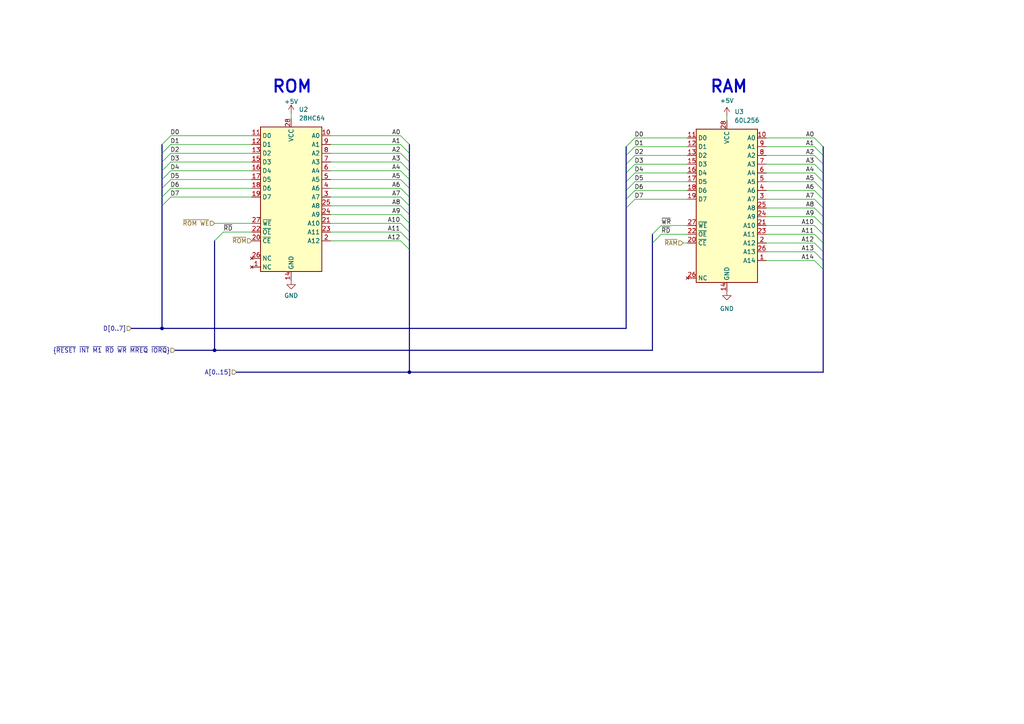
<source format=kicad_sch>
(kicad_sch (version 20230121) (generator eeschema)
  (paper "A4")
  (title_block (title "JML-8 Mini Schematic") (date "2023-10-02") (rev "A") (company "https://github.com/jac-oblong/JML") (comment 1 "Design of Z80 based microcomputer") (comment 3 "Released under MIT License") (comment 4 "Created by: Jacob Long (https://github.com/jac-oblong)"))
  (lib_symbols
    (symbol "jml-8-mini-library:AT28HC64B"
      (property "Reference" "U" (at -7.62 17.78 0))
      (property "Value" "28HC64" (at 5.08 -26.67 0))
      (symbol "AT28HC64B_1_1"
        (rectangle (start -8.89 16.51) (end 8.89 -25.4) (stroke (width 0.25)) (fill (type background)))
        (pin no_connect line (at -11.43 -24.13 0) (length 2.54) (name "NC") (number "1"))
        (pin input line (at 11.43 13.97 180) (length 2.54) (name "A0") (number "10"))
        (pin bidirectional line (at -11.43 13.97 0) (length 2.54) (name "D0") (number "11"))
        (pin bidirectional line (at -11.43 11.43 0) (length 2.54) (name "D1") (number "12"))
        (pin bidirectional line (at -11.43 8.89 0) (length 2.54) (name "D2") (number "13"))
        (pin power_in line (at 0 -27.94 90) (length 2.54) (name "GND") (number "14"))
        (pin bidirectional line (at -11.43 6.35 0) (length 2.54) (name "D3") (number "15"))
        (pin bidirectional line (at -11.43 3.81 0) (length 2.54) (name "D4") (number "16"))
        (pin bidirectional line (at -11.43 1.27 0) (length 2.54) (name "D5") (number "17"))
        (pin bidirectional line (at -11.43 -1.27 0) (length 2.54) (name "D6") (number "18"))
        (pin bidirectional line (at -11.43 -3.81 0) (length 2.54) (name "D7") (number "19"))
        (pin input line (at 11.43 -16.51 180) (length 2.54) (name "A12") (number "2"))
        (pin input line (at -11.43 -16.51 0) (length 2.54) (name "~{CE}") (number "20"))
        (pin input line (at 11.43 -11.43 180) (length 2.54) (name "A10") (number "21"))
        (pin input line (at -11.43 -13.97 0) (length 2.54) (name "~{OE}") (number "22"))
        (pin input line (at 11.43 -13.97 180) (length 2.54) (name "A11") (number "23"))
        (pin input line (at 11.43 -8.89 180) (length 2.54) (name "A9") (number "24"))
        (pin input line (at 11.43 -6.35 180) (length 2.54) (name "A8") (number "25"))
        (pin no_connect line (at -11.43 -21.59 0) (length 2.54) (name "NC") (number "26"))
        (pin input line (at -11.43 -11.43 0) (length 2.54) (name "~{WE}") (number "27"))
        (pin power_in line (at 0 19.05 270) (length 2.54) (name "VCC") (number "28"))
        (pin input line (at 11.43 -3.81 180) (length 2.54) (name "A7") (number "3"))
        (pin input line (at 11.43 -1.27 180) (length 2.54) (name "A6") (number "4"))
        (pin input line (at 11.43 1.27 180) (length 2.54) (name "A5") (number "5"))
        (pin input line (at 11.43 3.81 180) (length 2.54) (name "A4") (number "6"))
        (pin input line (at 11.43 6.35 180) (length 2.54) (name "A3") (number "7"))
        (pin input line (at 11.43 8.89 180) (length 2.54) (name "A2") (number "8"))
        (pin input line (at 11.43 11.43 180) (length 2.54) (name "A1") (number "9"))
      )
    )
    (symbol "jml-8-mini-library:MCM60L256AP85"
      (property "Reference" "U" (at -7.62 21.59 0))
      (property "Value" "60L256" (at 5.08 -25.4 0))
      (symbol "MCM60L256AP85_1_1"
        (rectangle (start -8.89 20.32) (end 8.89 -24.13) (stroke (width 0.25)) (fill (type background)))
        (pin input line (at 11.43 -17.78 180) (length 2.54) (name "A14") (number "1"))
        (pin input line (at 11.43 17.78 180) (length 2.54) (name "A0") (number "10"))
        (pin bidirectional line (at -11.43 17.78 0) (length 2.54) (name "D0") (number "11"))
        (pin bidirectional line (at -11.43 15.24 0) (length 2.54) (name "D1") (number "12"))
        (pin bidirectional line (at -11.43 12.7 0) (length 2.54) (name "D2") (number "13"))
        (pin power_in line (at 0 -26.67 90) (length 2.54) (name "GND") (number "14"))
        (pin bidirectional line (at -11.43 10.16 0) (length 2.54) (name "D3") (number "15"))
        (pin bidirectional line (at -11.43 7.62 0) (length 2.54) (name "D4") (number "16"))
        (pin bidirectional line (at -11.43 5.08 0) (length 2.54) (name "D5") (number "17"))
        (pin bidirectional line (at -11.43 2.54 0) (length 2.54) (name "D6") (number "18"))
        (pin bidirectional line (at -11.43 0 0) (length 2.54) (name "D7") (number "19"))
        (pin input line (at 11.43 -12.7 180) (length 2.54) (name "A12") (number "2"))
        (pin input line (at -11.43 -12.7 0) (length 2.54) (name "~{CE}") (number "20"))
        (pin input line (at 11.43 -7.62 180) (length 2.54) (name "A10") (number "21"))
        (pin input line (at -11.43 -10.16 0) (length 2.54) (name "~{OE}") (number "22"))
        (pin input line (at 11.43 -10.16 180) (length 2.54) (name "A11") (number "23"))
        (pin input line (at 11.43 -5.08 180) (length 2.54) (name "A9") (number "24"))
        (pin input line (at 11.43 -2.54 180) (length 2.54) (name "A8") (number "25"))
        (pin input line (at 11.43 -15.24 180) (length 2.54) (name "A13") (number "26"))
        (pin no_connect line (at -11.43 -22.86 0) (length 2.54) (name "NC") (number "26"))
        (pin input line (at -11.43 -7.62 0) (length 2.54) (name "~{WE}") (number "27"))
        (pin power_in line (at 0 22.86 270) (length 2.54) (name "VCC") (number "28"))
        (pin input line (at 11.43 0 180) (length 2.54) (name "A7") (number "3"))
        (pin input line (at 11.43 2.54 180) (length 2.54) (name "A6") (number "4"))
        (pin input line (at 11.43 5.08 180) (length 2.54) (name "A5") (number "5"))
        (pin input line (at 11.43 7.62 180) (length 2.54) (name "A4") (number "6"))
        (pin input line (at 11.43 10.16 180) (length 2.54) (name "A3") (number "7"))
        (pin input line (at 11.43 12.7 180) (length 2.54) (name "A2") (number "8"))
        (pin input line (at 11.43 15.24 180) (length 2.54) (name "A1") (number "9"))
      )
    )
    (symbol "power:+5V" (power) (pin_names (offset 0))
      (property "Value" "+5V" (at 0 3.556 0))
      (symbol "+5V_0_1"
        (polyline (pts (xy -0.762 1.27) (xy 0 2.54)))
        (polyline (pts (xy 0 0) (xy 0 2.54)))
        (polyline (pts (xy 0 2.54) (xy 0.762 1.27)))
      )
      (symbol "+5V_1_1"
        (pin power_in line (at 0 0 90) (length 0) hide (name "+5V") (number "1"))
      )
    )
    (symbol "power:GND" (power) (pin_names (offset 0))
      (property "Value" "GND" (at 0 -3.81 0))
      (symbol "GND_0_1"
        (polyline (pts (xy 0 0) (xy 0 -1.27) (xy 1.27 -1.27) (xy 0 -2.54) (xy -1.27 -1.27) (xy 0 -1.27)))
      )
      (symbol "GND_1_1"
        (pin power_in line (at 0 0 270) (length 0) hide (name "GND") (number "1"))
      )
    )
  )
  (junction (at 118.745 107.95))
  (junction (at 46.99 95.25))
  (junction (at 62.23 101.6))
  (bus_entry (at 118.745 41.91) (size -2.54 -2.54))
  (bus_entry (at 184.15 52.705) (size -2.54 2.54))
  (bus_entry (at 49.53 44.45) (size -2.54 2.54))
  (bus_entry (at 49.53 39.37) (size -2.54 2.54))
  (bus_entry (at 238.76 65.405) (size -2.54 -2.54))
  (bus_entry (at 49.53 57.15) (size -2.54 2.54))
  (bus_entry (at 238.76 75.565) (size -2.54 -2.54))
  (bus_entry (at 238.76 50.165) (size -2.54 -2.54))
  (bus_entry (at 238.76 57.785) (size -2.54 -2.54))
  (bus_entry (at 184.15 50.165) (size -2.54 2.54))
  (bus_entry (at 118.745 67.31) (size -2.54 -2.54))
  (bus_entry (at 191.77 67.945) (size -2.54 2.54))
  (bus_entry (at 238.76 70.485) (size -2.54 -2.54))
  (bus_entry (at 238.76 60.325) (size -2.54 -2.54))
  (bus_entry (at 238.76 55.245) (size -2.54 -2.54))
  (bus_entry (at 238.76 67.945) (size -2.54 -2.54))
  (bus_entry (at 184.15 40.005) (size -2.54 2.54))
  (bus_entry (at 238.76 47.625) (size -2.54 -2.54))
  (bus_entry (at 49.53 49.53) (size -2.54 2.54))
  (bus_entry (at 238.76 73.025) (size -2.54 -2.54))
  (bus_entry (at 118.745 59.69) (size -2.54 -2.54))
  (bus_entry (at 118.745 52.07) (size -2.54 -2.54))
  (bus_entry (at 118.745 72.39) (size -2.54 -2.54))
  (bus_entry (at 238.76 62.865) (size -2.54 -2.54))
  (bus_entry (at 191.77 65.405) (size -2.54 2.54))
  (bus_entry (at 118.745 64.77) (size -2.54 -2.54))
  (bus_entry (at 184.15 57.785) (size -2.54 2.54))
  (bus_entry (at 49.53 52.07) (size -2.54 2.54))
  (bus_entry (at 64.77 67.31) (size -2.54 2.54))
  (bus_entry (at 238.76 78.105) (size -2.54 -2.54))
  (bus_entry (at 118.745 54.61) (size -2.54 -2.54))
  (bus_entry (at 238.76 52.705) (size -2.54 -2.54))
  (bus_entry (at 118.745 49.53) (size -2.54 -2.54))
  (bus_entry (at 184.15 45.085) (size -2.54 2.54))
  (bus_entry (at 184.15 47.625) (size -2.54 2.54))
  (bus_entry (at 238.76 42.545) (size -2.54 -2.54))
  (bus_entry (at 118.745 44.45) (size -2.54 -2.54))
  (bus_entry (at 184.15 55.245) (size -2.54 2.54))
  (bus_entry (at 118.745 62.23) (size -2.54 -2.54))
  (bus_entry (at 118.745 46.99) (size -2.54 -2.54))
  (bus_entry (at 238.76 45.085) (size -2.54 -2.54))
  (bus_entry (at 118.745 69.85) (size -2.54 -2.54))
  (bus_entry (at 49.53 41.91) (size -2.54 2.54))
  (bus_entry (at 49.53 54.61) (size -2.54 2.54))
  (bus_entry (at 49.53 46.99) (size -2.54 2.54))
  (bus_entry (at 118.745 57.15) (size -2.54 -2.54))
  (bus_entry (at 184.15 42.545) (size -2.54 2.54))
  (wire (pts (xy 222.25 75.565) (xy 236.22 75.565)))
  (wire (pts (xy 95.885 52.07) (xy 116.205 52.07)))
  (wire (pts (xy 222.25 67.945) (xy 236.22 67.945)))
  (wire (pts (xy 199.39 55.245) (xy 184.15 55.245)))
  (wire (pts (xy 95.885 62.23) (xy 116.205 62.23)))
  (wire (pts (xy 222.25 73.025) (xy 236.22 73.025)))
  (wire (pts (xy 73.025 49.53) (xy 49.53 49.53)))
  (bus (pts (xy 189.23 70.485) (xy 189.23 101.6)))
  (wire (pts (xy 191.77 65.405) (xy 199.39 65.405)))
  (bus (pts (xy 118.745 49.53) (xy 118.745 46.99)))
  (bus (pts (xy 238.76 47.625) (xy 238.76 45.085)))
  (bus (pts (xy 238.76 45.085) (xy 238.76 42.545)))
  (wire (pts (xy 222.25 60.325) (xy 236.22 60.325)))
  (bus (pts (xy 181.61 57.785) (xy 181.61 60.325)))
  (bus (pts (xy 46.99 41.91) (xy 46.99 44.45)))
  (wire (pts (xy 95.885 69.85) (xy 116.205 69.85)))
  (wire (pts (xy 73.025 44.45) (xy 49.53 44.45)))
  (wire (pts (xy 64.77 67.31) (xy 73.025 67.31)))
  (bus (pts (xy 62.23 101.6) (xy 189.23 101.6)))
  (wire (pts (xy 222.25 45.085) (xy 236.22 45.085)))
  (bus (pts (xy 189.23 67.945) (xy 189.23 70.485)))
  (wire (pts (xy 95.885 59.69) (xy 116.205 59.69)))
  (bus (pts (xy 46.99 46.99) (xy 46.99 49.53)))
  (wire (pts (xy 95.885 67.31) (xy 116.205 67.31)))
  (bus (pts (xy 46.99 52.07) (xy 46.99 54.61)))
  (bus (pts (xy 238.76 60.325) (xy 238.76 57.785)))
  (bus (pts (xy 46.99 59.69) (xy 46.99 95.25)))
  (bus (pts (xy 118.745 57.15) (xy 118.745 54.61)))
  (bus (pts (xy 46.99 44.45) (xy 46.99 46.99)))
  (bus (pts (xy 118.745 67.31) (xy 118.745 64.77)))
  (bus (pts (xy 181.61 42.545) (xy 181.61 45.085)))
  (bus (pts (xy 68.58 107.95) (xy 118.745 107.95)))
  (bus (pts (xy 118.745 72.39) (xy 118.745 69.85)))
  (wire (pts (xy 222.25 40.005) (xy 236.22 40.005)))
  (wire (pts (xy 222.25 70.485) (xy 236.22 70.485)))
  (bus (pts (xy 118.745 62.23) (xy 118.745 59.69)))
  (bus (pts (xy 238.76 62.865) (xy 238.76 60.325)))
  (bus (pts (xy 238.76 57.785) (xy 238.76 55.245)))
  (wire (pts (xy 199.39 50.165) (xy 184.15 50.165)))
  (bus (pts (xy 238.76 50.165) (xy 238.76 47.625)))
  (bus (pts (xy 118.745 72.39) (xy 118.745 107.95)))
  (bus (pts (xy 181.61 55.245) (xy 181.61 57.785)))
  (wire (pts (xy 199.39 45.085) (xy 184.15 45.085)))
  (bus (pts (xy 118.745 46.99) (xy 118.745 44.45)))
  (wire (pts (xy 95.885 39.37) (xy 116.205 39.37)))
  (bus (pts (xy 62.23 69.85) (xy 62.23 101.6)))
  (wire (pts (xy 198.12 70.485) (xy 199.39 70.485)))
  (wire (pts (xy 222.25 50.165) (xy 236.22 50.165)))
  (bus (pts (xy 238.76 73.025) (xy 238.76 70.485)))
  (wire (pts (xy 222.25 47.625) (xy 236.22 47.625)))
  (wire (pts (xy 95.885 64.77) (xy 116.205 64.77)))
  (bus (pts (xy 181.61 52.705) (xy 181.61 55.245)))
  (wire (pts (xy 95.885 44.45) (xy 116.205 44.45)))
  (bus (pts (xy 46.99 95.25) (xy 38.1 95.25)))
  (bus (pts (xy 238.76 65.405) (xy 238.76 62.865)))
  (wire (pts (xy 191.77 67.945) (xy 199.39 67.945)))
  (wire (pts (xy 222.25 65.405) (xy 236.22 65.405)))
  (wire (pts (xy 62.23 64.77) (xy 73.025 64.77)))
  (bus (pts (xy 118.745 107.95) (xy 238.76 107.95)))
  (wire (pts (xy 73.025 46.99) (xy 49.53 46.99)))
  (bus (pts (xy 238.76 75.565) (xy 238.76 78.105)))
  (bus (pts (xy 181.61 95.25) (xy 46.99 95.25)))
  (wire (pts (xy 199.39 47.625) (xy 184.15 47.625)))
  (bus (pts (xy 238.76 75.565) (xy 238.76 73.025)))
  (bus (pts (xy 238.76 70.485) (xy 238.76 67.945)))
  (wire (pts (xy 95.885 41.91) (xy 116.205 41.91)))
  (bus (pts (xy 118.745 59.69) (xy 118.745 57.15)))
  (bus (pts (xy 238.76 107.95) (xy 238.76 78.105)))
  (wire (pts (xy 84.455 33.02) (xy 84.455 34.29)))
  (bus (pts (xy 118.745 54.61) (xy 118.745 52.07)))
  (bus (pts (xy 118.745 44.45) (xy 118.745 41.91)))
  (bus (pts (xy 46.99 54.61) (xy 46.99 57.15)))
  (bus (pts (xy 46.99 57.15) (xy 46.99 59.69)))
  (bus (pts (xy 181.61 50.165) (xy 181.61 52.705)))
  (wire (pts (xy 199.39 42.545) (xy 184.15 42.545)))
  (bus (pts (xy 238.76 67.945) (xy 238.76 65.405)))
  (wire (pts (xy 73.025 39.37) (xy 49.53 39.37)))
  (bus (pts (xy 238.76 52.705) (xy 238.76 50.165)))
  (wire (pts (xy 222.25 57.785) (xy 236.22 57.785)))
  (wire (pts (xy 210.82 33.655) (xy 210.82 34.925)))
  (bus (pts (xy 118.745 69.85) (xy 118.745 67.31)))
  (wire (pts (xy 73.025 54.61) (xy 49.53 54.61)))
  (wire (pts (xy 222.25 62.865) (xy 236.22 62.865)))
  (wire (pts (xy 95.885 46.99) (xy 116.205 46.99)))
  (bus (pts (xy 118.745 52.07) (xy 118.745 49.53)))
  (bus (pts (xy 46.99 49.53) (xy 46.99 52.07)))
  (wire (pts (xy 222.25 52.705) (xy 236.22 52.705)))
  (wire (pts (xy 199.39 40.005) (xy 184.15 40.005)))
  (wire (pts (xy 199.39 57.785) (xy 184.15 57.785)))
  (wire (pts (xy 73.025 57.15) (xy 49.53 57.15)))
  (wire (pts (xy 222.25 55.245) (xy 236.22 55.245)))
  (bus (pts (xy 238.76 55.245) (xy 238.76 52.705)))
  (wire (pts (xy 95.885 49.53) (xy 116.205 49.53)))
  (bus (pts (xy 181.61 47.625) (xy 181.61 50.165)))
  (wire (pts (xy 222.25 42.545) (xy 236.22 42.545)))
  (wire (pts (xy 199.39 52.705) (xy 184.15 52.705)))
  (bus (pts (xy 181.61 45.085) (xy 181.61 47.625)))
  (bus (pts (xy 50.8 101.6) (xy 62.23 101.6)))
  (wire (pts (xy 73.025 41.91) (xy 49.53 41.91)))
  (wire (pts (xy 95.885 54.61) (xy 116.205 54.61)))
  (bus (pts (xy 118.745 64.77) (xy 118.745 62.23)))
  (wire (pts (xy 73.025 52.07) (xy 49.53 52.07)))
  (wire (pts (xy 95.885 57.15) (xy 116.205 57.15)))
  (bus (pts (xy 181.61 60.325) (xy 181.61 95.25)))
  (text "RAM" (at 205.74 27.305 0) (effects (font (size 3.5 3.5) (thickness 0.6) bold) (justify left bottom)))
  (text "ROM" (at 78.74 27.305 0) (effects (font (size 3.5 3.5) (thickness 0.6) bold) (justify left bottom)))
  (label "A1" (at 113.665 41.91 0))
  (label "A9" (at 233.68 62.865 0))
  (label "D2" (at 186.69 45.085 180))
  (label "A8" (at 113.665 59.69 0))
  (label "A6" (at 113.665 54.61 0))
  (label "D7" (at 52.07 57.15 180))
  (label "A10" (at 232.41 65.405 0))
  (label "D2" (at 52.07 44.45 180))
  (label "A0" (at 113.665 39.37 0))
  (label "D4" (at 52.07 49.53 180))
  (label "A8" (at 233.68 60.325 0))
  (label "A5" (at 113.665 52.07 0))
  (label "D4" (at 186.69 50.165 180))
  (label "A14" (at 232.41 75.565 0))
  (label "A7" (at 233.68 57.785 0))
  (label "A4" (at 113.665 49.53 0))
  (label "A3" (at 233.68 47.625 0))
  (label "D5" (at 186.69 52.705 180))
  (label "D0" (at 186.69 40.005 180))
  (label "A6" (at 233.68 55.245 0))
  (label "A11" (at 112.395 67.31 0))
  (label "D0" (at 52.07 39.37 180))
  (label "A5" (at 233.68 52.705 0))
  (label "A11" (at 232.41 67.945 0))
  (label "~{RD}" (at 191.77 67.945 0))
  (label "D6" (at 186.69 55.245 180))
  (label "D5" (at 52.07 52.07 180))
  (label "A7" (at 113.665 57.15 0))
  (label "D3" (at 52.07 46.99 180))
  (label "D1" (at 186.69 42.545 180))
  (label "A4" (at 233.68 50.165 0))
  (label "~{RD}" (at 64.77 67.31 0))
  (label "D1" (at 52.07 41.91 180))
  (label "D3" (at 186.69 47.625 180))
  (label "~{WR}" (at 191.77 65.405 0))
  (label "A2" (at 233.68 45.085 0))
  (label "A2" (at 113.665 44.45 0))
  (label "A12" (at 112.395 69.85 0))
  (label "D6" (at 52.07 54.61 180))
  (label "A9" (at 113.665 62.23 0))
  (label "A0" (at 233.68 40.005 0))
  (label "A3" (at 113.665 46.99 0))
  (label "A12" (at 232.41 70.485 0))
  (label "A13" (at 232.41 73.025 0))
  (label "A10" (at 112.395 64.77 0))
  (label "A1" (at 233.68 42.545 0))
  (label "D7" (at 186.69 57.785 180))
  (hierarchical_label "A[0..15]" (shape input) (at 68.58 107.95 180))
  (hierarchical_label "D[0..7]" (shape input) (at 38.1 95.25 180))
  (hierarchical_label "~{ROM WE}" (shape input) (at 62.23 64.77 180))
  (hierarchical_label "{~{RESET} ~{INT} ~{M1} ~{RD} ~{WR} ~{MREQ} ~{IORQ}}" (shape input) (at 50.8 101.6 180))
  (hierarchical_label "~{RAM}" (shape input) (at 198.12 70.485 180))
  (hierarchical_label "~{ROM}" (shape input) (at 73.025 69.85 180))
  (symbol (lib_id "power:+5V") (at 210.82 33.655 0) (unit 1)
    (property "Reference" "#PWR?" (effects hide))
    (property "Value" "+5V" (at 210.82 29.21 0))
    (instances (project "jml-8-mini" (path "" (reference "#PWR?") (unit 1)) (path "" (reference "#PWR021") (unit 1))))
  )
  (symbol (lib_id "power:GND") (at 210.82 84.455 0) (unit 1)
    (property "Reference" "#PWR09" (effects hide))
    (property "Value" "GND" (at 210.82 89.535 0))
    (instances (project "jml-8-mini" (path "" (reference "#PWR09") (unit 1)) (path "" (reference "#PWR022") (unit 1))))
  )
  (symbol (lib_id "jml-8-mini-library:MCM60L256AP85") (at 210.82 57.785 0) (unit 1)
    (property "Reference" "U3" (at 213.0141 32.385 0) (effects (justify left)))
    (property "Value" "60L256" (at 213.0141 34.925 0) (effects (justify left)))
    (property "Footprint" "Package_DIP:DIP-28_W15.24mm_Socket_LongPads" (effects hide))
  )
  (symbol (lib_id "power:GND") (at 84.455 81.28 0) (unit 1)
    (property "Reference" "#PWR012" (effects hide))
    (property "Value" "GND" (at 84.455 85.725 0))
  )
  (symbol (lib_id "jml-8-mini-library:AT28HC64B") (at 84.455 53.34 0) (unit 1)
    (property "Reference" "U2" (at 86.6491 31.75 0) (effects (justify left)))
    (property "Value" "28HC64" (at 86.6491 34.29 0) (effects (justify left)))
    (property "Footprint" "Package_DIP:DIP-28_W15.24mm_Socket_LongPads" (effects hide))
  )
  (symbol (lib_id "power:+5V") (at 84.455 33.02 0) (unit 1)
    (property "Reference" "#PWR?" (effects hide))
    (property "Value" "+5V" (at 84.455 29.464 0))
    (instances (project "jml-8-mini" (path "" (reference "#PWR?") (unit 1)) (path "" (reference "#PWR09") (unit 1))))
  )
)
</source>
